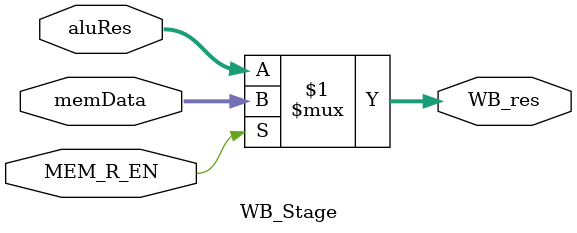
<source format=v>
`timescale 1ns / 1ps
module WB_Stage(MEM_R_EN, memData, aluRes, WB_res
    );
	input MEM_R_EN;
   input [31:0] memData, aluRes;
   output [31:0] WB_res;

   assign WB_res = (MEM_R_EN) ? memData : aluRes;

endmodule

</source>
